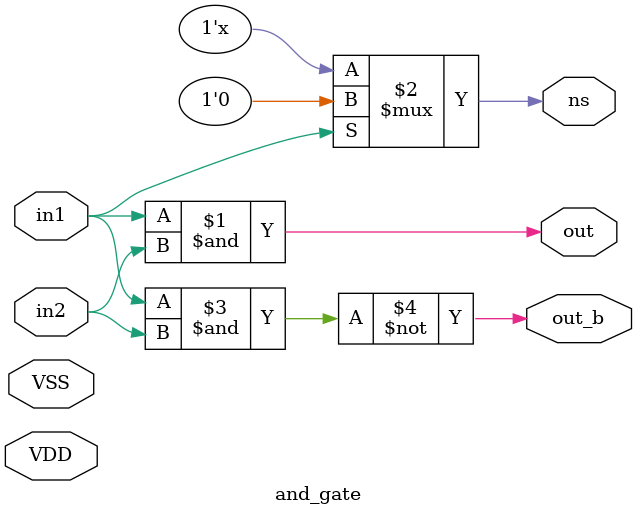
<source format=sv>


module and_gate(
    input  wire VDD,
    input  wire VSS,
    input  wire in1,
    input  wire in2,
    output wire ns,
    output wire out_b,
    output wire out
);

parameter DELAY = 1;

assign #DELAY out = in1&in2;
assign #DELAY ns = in1 ? 1'b0 : 1'bz;
assign #DELAY out_b = ~(in1&in2);

endmodule

</source>
